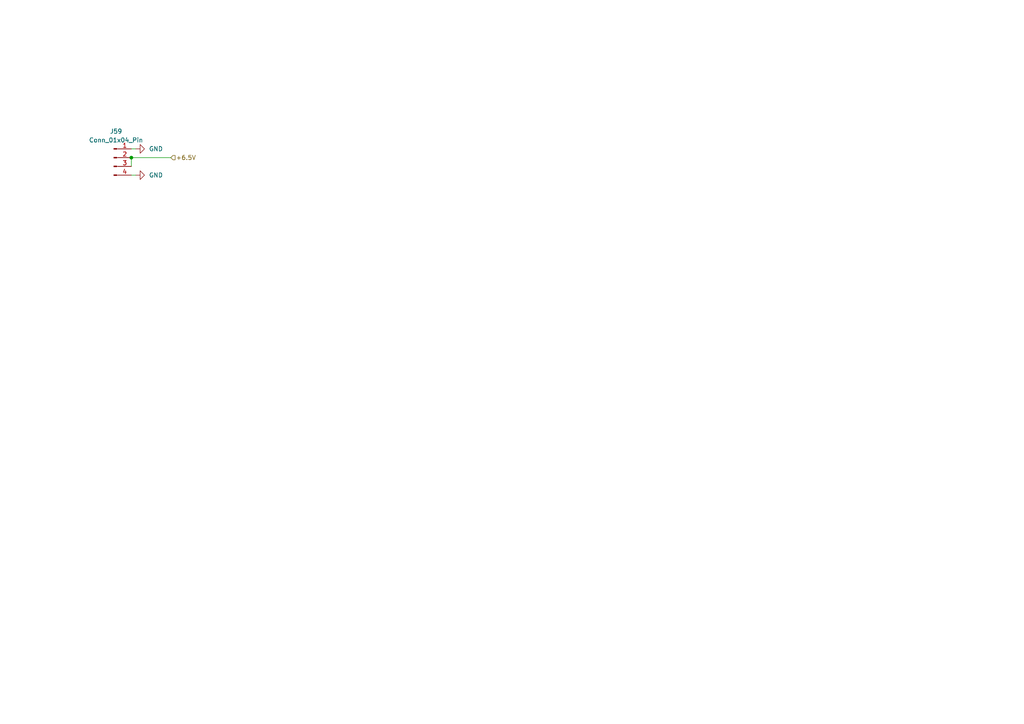
<source format=kicad_sch>
(kicad_sch
	(version 20231120)
	(generator "eeschema")
	(generator_version "8.0")
	(uuid "d7b84c59-9764-43cd-b51e-d6eaa502d9ce")
	(paper "A4")
	(lib_symbols
		(symbol "Connector:Conn_01x04_Pin"
			(pin_names
				(offset 1.016) hide)
			(exclude_from_sim no)
			(in_bom yes)
			(on_board yes)
			(property "Reference" "J"
				(at 0 5.08 0)
				(effects
					(font
						(size 1.27 1.27)
					)
				)
			)
			(property "Value" "Conn_01x04_Pin"
				(at 0 -7.62 0)
				(effects
					(font
						(size 1.27 1.27)
					)
				)
			)
			(property "Footprint" ""
				(at 0 0 0)
				(effects
					(font
						(size 1.27 1.27)
					)
					(hide yes)
				)
			)
			(property "Datasheet" "~"
				(at 0 0 0)
				(effects
					(font
						(size 1.27 1.27)
					)
					(hide yes)
				)
			)
			(property "Description" "Generic connector, single row, 01x04, script generated"
				(at 0 0 0)
				(effects
					(font
						(size 1.27 1.27)
					)
					(hide yes)
				)
			)
			(property "ki_locked" ""
				(at 0 0 0)
				(effects
					(font
						(size 1.27 1.27)
					)
				)
			)
			(property "ki_keywords" "connector"
				(at 0 0 0)
				(effects
					(font
						(size 1.27 1.27)
					)
					(hide yes)
				)
			)
			(property "ki_fp_filters" "Connector*:*_1x??_*"
				(at 0 0 0)
				(effects
					(font
						(size 1.27 1.27)
					)
					(hide yes)
				)
			)
			(symbol "Conn_01x04_Pin_1_1"
				(polyline
					(pts
						(xy 1.27 -5.08) (xy 0.8636 -5.08)
					)
					(stroke
						(width 0.1524)
						(type default)
					)
					(fill
						(type none)
					)
				)
				(polyline
					(pts
						(xy 1.27 -2.54) (xy 0.8636 -2.54)
					)
					(stroke
						(width 0.1524)
						(type default)
					)
					(fill
						(type none)
					)
				)
				(polyline
					(pts
						(xy 1.27 0) (xy 0.8636 0)
					)
					(stroke
						(width 0.1524)
						(type default)
					)
					(fill
						(type none)
					)
				)
				(polyline
					(pts
						(xy 1.27 2.54) (xy 0.8636 2.54)
					)
					(stroke
						(width 0.1524)
						(type default)
					)
					(fill
						(type none)
					)
				)
				(rectangle
					(start 0.8636 -4.953)
					(end 0 -5.207)
					(stroke
						(width 0.1524)
						(type default)
					)
					(fill
						(type outline)
					)
				)
				(rectangle
					(start 0.8636 -2.413)
					(end 0 -2.667)
					(stroke
						(width 0.1524)
						(type default)
					)
					(fill
						(type outline)
					)
				)
				(rectangle
					(start 0.8636 0.127)
					(end 0 -0.127)
					(stroke
						(width 0.1524)
						(type default)
					)
					(fill
						(type outline)
					)
				)
				(rectangle
					(start 0.8636 2.667)
					(end 0 2.413)
					(stroke
						(width 0.1524)
						(type default)
					)
					(fill
						(type outline)
					)
				)
				(pin passive line
					(at 5.08 2.54 180)
					(length 3.81)
					(name "Pin_1"
						(effects
							(font
								(size 1.27 1.27)
							)
						)
					)
					(number "1"
						(effects
							(font
								(size 1.27 1.27)
							)
						)
					)
				)
				(pin passive line
					(at 5.08 0 180)
					(length 3.81)
					(name "Pin_2"
						(effects
							(font
								(size 1.27 1.27)
							)
						)
					)
					(number "2"
						(effects
							(font
								(size 1.27 1.27)
							)
						)
					)
				)
				(pin passive line
					(at 5.08 -2.54 180)
					(length 3.81)
					(name "Pin_3"
						(effects
							(font
								(size 1.27 1.27)
							)
						)
					)
					(number "3"
						(effects
							(font
								(size 1.27 1.27)
							)
						)
					)
				)
				(pin passive line
					(at 5.08 -5.08 180)
					(length 3.81)
					(name "Pin_4"
						(effects
							(font
								(size 1.27 1.27)
							)
						)
					)
					(number "4"
						(effects
							(font
								(size 1.27 1.27)
							)
						)
					)
				)
			)
		)
		(symbol "power:GND"
			(power)
			(pin_names
				(offset 0)
			)
			(exclude_from_sim no)
			(in_bom yes)
			(on_board yes)
			(property "Reference" "#PWR"
				(at 0 -6.35 0)
				(effects
					(font
						(size 1.27 1.27)
					)
					(hide yes)
				)
			)
			(property "Value" "GND"
				(at 0 -3.81 0)
				(effects
					(font
						(size 1.27 1.27)
					)
				)
			)
			(property "Footprint" ""
				(at 0 0 0)
				(effects
					(font
						(size 1.27 1.27)
					)
					(hide yes)
				)
			)
			(property "Datasheet" ""
				(at 0 0 0)
				(effects
					(font
						(size 1.27 1.27)
					)
					(hide yes)
				)
			)
			(property "Description" "Power symbol creates a global label with name \"GND\" , ground"
				(at 0 0 0)
				(effects
					(font
						(size 1.27 1.27)
					)
					(hide yes)
				)
			)
			(property "ki_keywords" "global power"
				(at 0 0 0)
				(effects
					(font
						(size 1.27 1.27)
					)
					(hide yes)
				)
			)
			(symbol "GND_0_1"
				(polyline
					(pts
						(xy 0 0) (xy 0 -1.27) (xy 1.27 -1.27) (xy 0 -2.54) (xy -1.27 -1.27) (xy 0 -1.27)
					)
					(stroke
						(width 0)
						(type default)
					)
					(fill
						(type none)
					)
				)
			)
			(symbol "GND_1_1"
				(pin power_in line
					(at 0 0 270)
					(length 0) hide
					(name "GND"
						(effects
							(font
								(size 1.27 1.27)
							)
						)
					)
					(number "1"
						(effects
							(font
								(size 1.27 1.27)
							)
						)
					)
				)
			)
		)
	)
	(junction
		(at 38.1 45.72)
		(diameter 0)
		(color 0 0 0 0)
		(uuid "e8eed39e-4b46-441b-951e-573211c2be4d")
	)
	(wire
		(pts
			(xy 49.53 45.72) (xy 38.1 45.72)
		)
		(stroke
			(width 0)
			(type default)
		)
		(uuid "3297fd26-4764-46e9-8e2b-b73484c54275")
	)
	(wire
		(pts
			(xy 39.37 50.8) (xy 38.1 50.8)
		)
		(stroke
			(width 0)
			(type default)
		)
		(uuid "602663cc-93b5-4a55-9fd9-6ae1561d2dd2")
	)
	(wire
		(pts
			(xy 39.37 43.18) (xy 38.1 43.18)
		)
		(stroke
			(width 0)
			(type default)
		)
		(uuid "734b4de2-c204-4f5a-b745-e87622662ad0")
	)
	(wire
		(pts
			(xy 38.1 45.72) (xy 38.1 48.26)
		)
		(stroke
			(width 0)
			(type default)
		)
		(uuid "8f21a6f6-bcaa-4bde-bd9f-1e5db078ee6f")
	)
	(hierarchical_label "+6.5V"
		(shape input)
		(at 49.53 45.72 0)
		(fields_autoplaced yes)
		(effects
			(font
				(size 1.27 1.27)
			)
			(justify left)
		)
		(uuid "9e2c22df-f116-4ff3-8cb8-71f0b03e381f")
	)
	(symbol
		(lib_id "Connector:Conn_01x04_Pin")
		(at 33.02 45.72 0)
		(unit 1)
		(exclude_from_sim no)
		(in_bom yes)
		(on_board yes)
		(dnp no)
		(fields_autoplaced yes)
		(uuid "a02d770a-5609-4282-aa64-6d5d5e9b800c")
		(property "Reference" "J59"
			(at 33.655 38.1 0)
			(effects
				(font
					(size 1.27 1.27)
				)
			)
		)
		(property "Value" "Conn_01x04_Pin"
			(at 33.655 40.64 0)
			(effects
				(font
					(size 1.27 1.27)
				)
			)
		)
		(property "Footprint" "Connector_PinHeader_2.54mm:PinHeader_1x04_P2.54mm_Vertical"
			(at 33.02 45.72 0)
			(effects
				(font
					(size 1.27 1.27)
				)
				(hide yes)
			)
		)
		(property "Datasheet" "~"
			(at 33.02 45.72 0)
			(effects
				(font
					(size 1.27 1.27)
				)
				(hide yes)
			)
		)
		(property "Description" ""
			(at 33.02 45.72 0)
			(effects
				(font
					(size 1.27 1.27)
				)
				(hide yes)
			)
		)
		(pin "4"
			(uuid "05617747-691e-44a2-931b-11667e6cd4a2")
		)
		(pin "1"
			(uuid "99a018a9-d9b0-4ebe-a06f-85cbfb244f22")
		)
		(pin "2"
			(uuid "2084faf1-cafe-4f2b-aa72-4ca7a48f34ae")
		)
		(pin "3"
			(uuid "f41d2481-312c-4fe7-9cfa-38714a3445f9")
		)
		(instances
			(project "bcrl_power_supply"
				(path "/77f0f57c-9586-4625-9281-fa8cbd8015db/7ab5448f-bd34-4432-b359-f13f98fccb68"
					(reference "J59")
					(unit 1)
				)
				(path "/77f0f57c-9586-4625-9281-fa8cbd8015db/43efd8cc-c38b-4cb7-86f1-5a13f4a6f7da"
					(reference "J60")
					(unit 1)
				)
			)
		)
	)
	(symbol
		(lib_id "power:GND")
		(at 39.37 50.8 90)
		(unit 1)
		(exclude_from_sim no)
		(in_bom yes)
		(on_board yes)
		(dnp no)
		(fields_autoplaced yes)
		(uuid "def996d0-806b-4108-a483-bad96844f716")
		(property "Reference" "#PWR0196"
			(at 45.72 50.8 0)
			(effects
				(font
					(size 1.27 1.27)
				)
				(hide yes)
			)
		)
		(property "Value" "GND"
			(at 43.18 50.8 90)
			(effects
				(font
					(size 1.27 1.27)
				)
				(justify right)
			)
		)
		(property "Footprint" ""
			(at 39.37 50.8 0)
			(effects
				(font
					(size 1.27 1.27)
				)
				(hide yes)
			)
		)
		(property "Datasheet" ""
			(at 39.37 50.8 0)
			(effects
				(font
					(size 1.27 1.27)
				)
				(hide yes)
			)
		)
		(property "Description" ""
			(at 39.37 50.8 0)
			(effects
				(font
					(size 1.27 1.27)
				)
				(hide yes)
			)
		)
		(pin "1"
			(uuid "a2d2375c-decf-440c-ad65-49abd8b90951")
		)
		(instances
			(project "bcrl_power_supply"
				(path "/77f0f57c-9586-4625-9281-fa8cbd8015db/7ab5448f-bd34-4432-b359-f13f98fccb68"
					(reference "#PWR0196")
					(unit 1)
				)
				(path "/77f0f57c-9586-4625-9281-fa8cbd8015db/43efd8cc-c38b-4cb7-86f1-5a13f4a6f7da"
					(reference "#PWR0200")
					(unit 1)
				)
			)
		)
	)
	(symbol
		(lib_id "power:GND")
		(at 39.37 43.18 90)
		(unit 1)
		(exclude_from_sim no)
		(in_bom yes)
		(on_board yes)
		(dnp no)
		(fields_autoplaced yes)
		(uuid "e4574f0c-7f76-4136-94f4-db36947f0aec")
		(property "Reference" "#PWR0195"
			(at 45.72 43.18 0)
			(effects
				(font
					(size 1.27 1.27)
				)
				(hide yes)
			)
		)
		(property "Value" "GND"
			(at 43.18 43.18 90)
			(effects
				(font
					(size 1.27 1.27)
				)
				(justify right)
			)
		)
		(property "Footprint" ""
			(at 39.37 43.18 0)
			(effects
				(font
					(size 1.27 1.27)
				)
				(hide yes)
			)
		)
		(property "Datasheet" ""
			(at 39.37 43.18 0)
			(effects
				(font
					(size 1.27 1.27)
				)
				(hide yes)
			)
		)
		(property "Description" ""
			(at 39.37 43.18 0)
			(effects
				(font
					(size 1.27 1.27)
				)
				(hide yes)
			)
		)
		(pin "1"
			(uuid "efdd5eff-2b71-49f4-9c8e-cbce3a389d42")
		)
		(instances
			(project "bcrl_power_supply"
				(path "/77f0f57c-9586-4625-9281-fa8cbd8015db/7ab5448f-bd34-4432-b359-f13f98fccb68"
					(reference "#PWR0195")
					(unit 1)
				)
				(path "/77f0f57c-9586-4625-9281-fa8cbd8015db/43efd8cc-c38b-4cb7-86f1-5a13f4a6f7da"
					(reference "#PWR0199")
					(unit 1)
				)
			)
		)
	)
)
</source>
